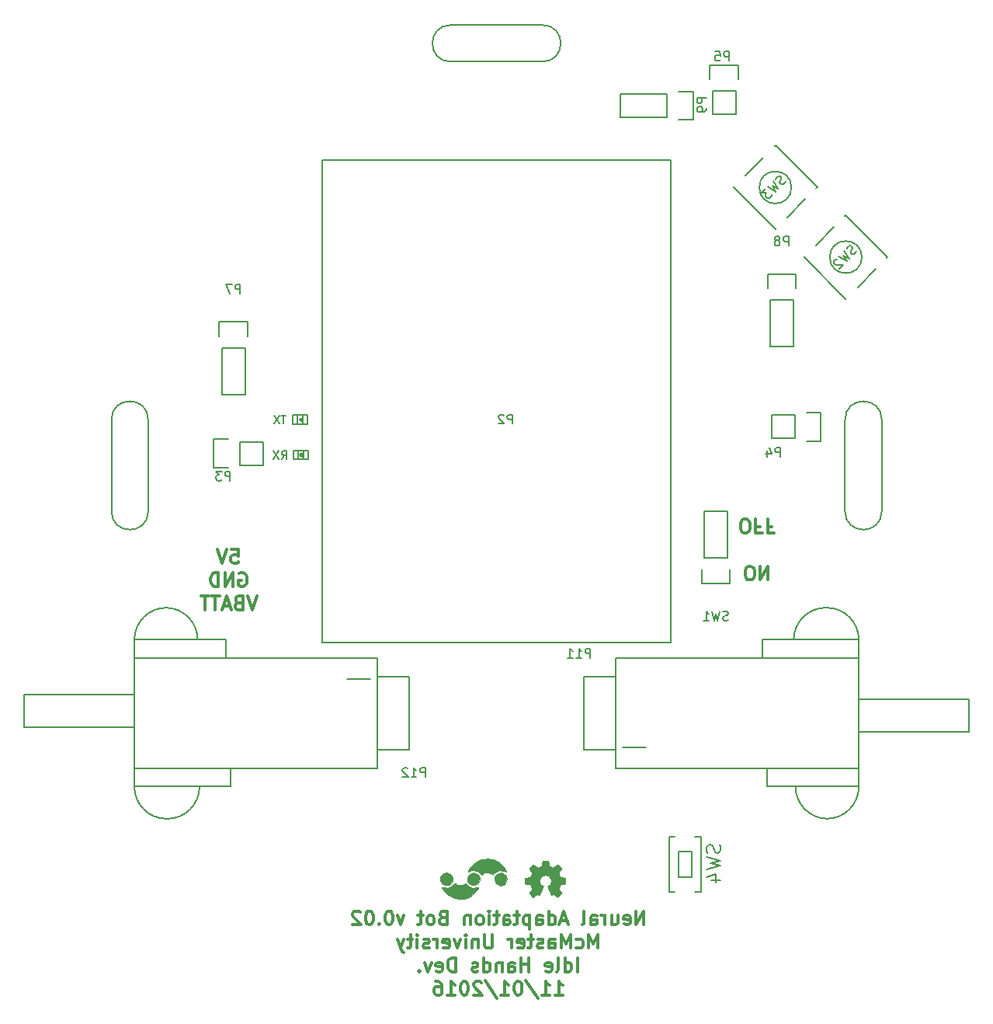
<source format=gbr>
G04 #@! TF.FileFunction,Legend,Bot*
%FSLAX46Y46*%
G04 Gerber Fmt 4.6, Leading zero omitted, Abs format (unit mm)*
G04 Created by KiCad (PCBNEW 4.0.4-stable) date 11/01/16 13:58:18*
%MOMM*%
%LPD*%
G01*
G04 APERTURE LIST*
%ADD10C,0.100000*%
%ADD11C,0.300000*%
%ADD12C,0.150000*%
%ADD13C,0.127000*%
%ADD14C,0.170000*%
G04 APERTURE END LIST*
D10*
D11*
X111085713Y-170153571D02*
X111799999Y-170153571D01*
X111871428Y-170867857D01*
X111799999Y-170796429D01*
X111657142Y-170725000D01*
X111299999Y-170725000D01*
X111157142Y-170796429D01*
X111085713Y-170867857D01*
X111014285Y-171010714D01*
X111014285Y-171367857D01*
X111085713Y-171510714D01*
X111157142Y-171582143D01*
X111299999Y-171653571D01*
X111657142Y-171653571D01*
X111799999Y-171582143D01*
X111871428Y-171510714D01*
X110585714Y-170153571D02*
X110085714Y-171653571D01*
X109585714Y-170153571D01*
X111942857Y-172775000D02*
X112085714Y-172703571D01*
X112300000Y-172703571D01*
X112514285Y-172775000D01*
X112657143Y-172917857D01*
X112728571Y-173060714D01*
X112800000Y-173346429D01*
X112800000Y-173560714D01*
X112728571Y-173846429D01*
X112657143Y-173989286D01*
X112514285Y-174132143D01*
X112300000Y-174203571D01*
X112157143Y-174203571D01*
X111942857Y-174132143D01*
X111871428Y-174060714D01*
X111871428Y-173560714D01*
X112157143Y-173560714D01*
X111228571Y-174203571D02*
X111228571Y-172703571D01*
X110371428Y-174203571D01*
X110371428Y-172703571D01*
X109657142Y-174203571D02*
X109657142Y-172703571D01*
X109299999Y-172703571D01*
X109085714Y-172775000D01*
X108942856Y-172917857D01*
X108871428Y-173060714D01*
X108799999Y-173346429D01*
X108799999Y-173560714D01*
X108871428Y-173846429D01*
X108942856Y-173989286D01*
X109085714Y-174132143D01*
X109299999Y-174203571D01*
X109657142Y-174203571D01*
X113835714Y-175253571D02*
X113335714Y-176753571D01*
X112835714Y-175253571D01*
X111835714Y-175967857D02*
X111621428Y-176039286D01*
X111550000Y-176110714D01*
X111478571Y-176253571D01*
X111478571Y-176467857D01*
X111550000Y-176610714D01*
X111621428Y-176682143D01*
X111764286Y-176753571D01*
X112335714Y-176753571D01*
X112335714Y-175253571D01*
X111835714Y-175253571D01*
X111692857Y-175325000D01*
X111621428Y-175396429D01*
X111550000Y-175539286D01*
X111550000Y-175682143D01*
X111621428Y-175825000D01*
X111692857Y-175896429D01*
X111835714Y-175967857D01*
X112335714Y-175967857D01*
X110907143Y-176325000D02*
X110192857Y-176325000D01*
X111050000Y-176753571D02*
X110550000Y-175253571D01*
X110050000Y-176753571D01*
X109764286Y-175253571D02*
X108907143Y-175253571D01*
X109335714Y-176753571D02*
X109335714Y-175253571D01*
X108621429Y-175253571D02*
X107764286Y-175253571D01*
X108192857Y-176753571D02*
X108192857Y-175253571D01*
X156057142Y-211053571D02*
X156057142Y-209553571D01*
X155199999Y-211053571D01*
X155199999Y-209553571D01*
X153914285Y-210982143D02*
X154057142Y-211053571D01*
X154342856Y-211053571D01*
X154485713Y-210982143D01*
X154557142Y-210839286D01*
X154557142Y-210267857D01*
X154485713Y-210125000D01*
X154342856Y-210053571D01*
X154057142Y-210053571D01*
X153914285Y-210125000D01*
X153842856Y-210267857D01*
X153842856Y-210410714D01*
X154557142Y-210553571D01*
X152557142Y-210053571D02*
X152557142Y-211053571D01*
X153199999Y-210053571D02*
X153199999Y-210839286D01*
X153128571Y-210982143D01*
X152985713Y-211053571D01*
X152771428Y-211053571D01*
X152628571Y-210982143D01*
X152557142Y-210910714D01*
X151842856Y-211053571D02*
X151842856Y-210053571D01*
X151842856Y-210339286D02*
X151771428Y-210196429D01*
X151699999Y-210125000D01*
X151557142Y-210053571D01*
X151414285Y-210053571D01*
X150271428Y-211053571D02*
X150271428Y-210267857D01*
X150342857Y-210125000D01*
X150485714Y-210053571D01*
X150771428Y-210053571D01*
X150914285Y-210125000D01*
X150271428Y-210982143D02*
X150414285Y-211053571D01*
X150771428Y-211053571D01*
X150914285Y-210982143D01*
X150985714Y-210839286D01*
X150985714Y-210696429D01*
X150914285Y-210553571D01*
X150771428Y-210482143D01*
X150414285Y-210482143D01*
X150271428Y-210410714D01*
X149342856Y-211053571D02*
X149485714Y-210982143D01*
X149557142Y-210839286D01*
X149557142Y-209553571D01*
X147700000Y-210625000D02*
X146985714Y-210625000D01*
X147842857Y-211053571D02*
X147342857Y-209553571D01*
X146842857Y-211053571D01*
X145700000Y-211053571D02*
X145700000Y-209553571D01*
X145700000Y-210982143D02*
X145842857Y-211053571D01*
X146128571Y-211053571D01*
X146271429Y-210982143D01*
X146342857Y-210910714D01*
X146414286Y-210767857D01*
X146414286Y-210339286D01*
X146342857Y-210196429D01*
X146271429Y-210125000D01*
X146128571Y-210053571D01*
X145842857Y-210053571D01*
X145700000Y-210125000D01*
X144342857Y-211053571D02*
X144342857Y-210267857D01*
X144414286Y-210125000D01*
X144557143Y-210053571D01*
X144842857Y-210053571D01*
X144985714Y-210125000D01*
X144342857Y-210982143D02*
X144485714Y-211053571D01*
X144842857Y-211053571D01*
X144985714Y-210982143D01*
X145057143Y-210839286D01*
X145057143Y-210696429D01*
X144985714Y-210553571D01*
X144842857Y-210482143D01*
X144485714Y-210482143D01*
X144342857Y-210410714D01*
X143628571Y-210053571D02*
X143628571Y-211553571D01*
X143628571Y-210125000D02*
X143485714Y-210053571D01*
X143200000Y-210053571D01*
X143057143Y-210125000D01*
X142985714Y-210196429D01*
X142914285Y-210339286D01*
X142914285Y-210767857D01*
X142985714Y-210910714D01*
X143057143Y-210982143D01*
X143200000Y-211053571D01*
X143485714Y-211053571D01*
X143628571Y-210982143D01*
X142485714Y-210053571D02*
X141914285Y-210053571D01*
X142271428Y-209553571D02*
X142271428Y-210839286D01*
X142200000Y-210982143D01*
X142057142Y-211053571D01*
X141914285Y-211053571D01*
X140771428Y-211053571D02*
X140771428Y-210267857D01*
X140842857Y-210125000D01*
X140985714Y-210053571D01*
X141271428Y-210053571D01*
X141414285Y-210125000D01*
X140771428Y-210982143D02*
X140914285Y-211053571D01*
X141271428Y-211053571D01*
X141414285Y-210982143D01*
X141485714Y-210839286D01*
X141485714Y-210696429D01*
X141414285Y-210553571D01*
X141271428Y-210482143D01*
X140914285Y-210482143D01*
X140771428Y-210410714D01*
X140271428Y-210053571D02*
X139699999Y-210053571D01*
X140057142Y-209553571D02*
X140057142Y-210839286D01*
X139985714Y-210982143D01*
X139842856Y-211053571D01*
X139699999Y-211053571D01*
X139199999Y-211053571D02*
X139199999Y-210053571D01*
X139199999Y-209553571D02*
X139271428Y-209625000D01*
X139199999Y-209696429D01*
X139128571Y-209625000D01*
X139199999Y-209553571D01*
X139199999Y-209696429D01*
X138271427Y-211053571D02*
X138414285Y-210982143D01*
X138485713Y-210910714D01*
X138557142Y-210767857D01*
X138557142Y-210339286D01*
X138485713Y-210196429D01*
X138414285Y-210125000D01*
X138271427Y-210053571D01*
X138057142Y-210053571D01*
X137914285Y-210125000D01*
X137842856Y-210196429D01*
X137771427Y-210339286D01*
X137771427Y-210767857D01*
X137842856Y-210910714D01*
X137914285Y-210982143D01*
X138057142Y-211053571D01*
X138271427Y-211053571D01*
X137128570Y-210053571D02*
X137128570Y-211053571D01*
X137128570Y-210196429D02*
X137057142Y-210125000D01*
X136914284Y-210053571D01*
X136699999Y-210053571D01*
X136557142Y-210125000D01*
X136485713Y-210267857D01*
X136485713Y-211053571D01*
X134128570Y-210267857D02*
X133914284Y-210339286D01*
X133842856Y-210410714D01*
X133771427Y-210553571D01*
X133771427Y-210767857D01*
X133842856Y-210910714D01*
X133914284Y-210982143D01*
X134057142Y-211053571D01*
X134628570Y-211053571D01*
X134628570Y-209553571D01*
X134128570Y-209553571D01*
X133985713Y-209625000D01*
X133914284Y-209696429D01*
X133842856Y-209839286D01*
X133842856Y-209982143D01*
X133914284Y-210125000D01*
X133985713Y-210196429D01*
X134128570Y-210267857D01*
X134628570Y-210267857D01*
X132914284Y-211053571D02*
X133057142Y-210982143D01*
X133128570Y-210910714D01*
X133199999Y-210767857D01*
X133199999Y-210339286D01*
X133128570Y-210196429D01*
X133057142Y-210125000D01*
X132914284Y-210053571D01*
X132699999Y-210053571D01*
X132557142Y-210125000D01*
X132485713Y-210196429D01*
X132414284Y-210339286D01*
X132414284Y-210767857D01*
X132485713Y-210910714D01*
X132557142Y-210982143D01*
X132699999Y-211053571D01*
X132914284Y-211053571D01*
X131985713Y-210053571D02*
X131414284Y-210053571D01*
X131771427Y-209553571D02*
X131771427Y-210839286D01*
X131699999Y-210982143D01*
X131557141Y-211053571D01*
X131414284Y-211053571D01*
X129914284Y-210053571D02*
X129557141Y-211053571D01*
X129199999Y-210053571D01*
X128342856Y-209553571D02*
X128199999Y-209553571D01*
X128057142Y-209625000D01*
X127985713Y-209696429D01*
X127914284Y-209839286D01*
X127842856Y-210125000D01*
X127842856Y-210482143D01*
X127914284Y-210767857D01*
X127985713Y-210910714D01*
X128057142Y-210982143D01*
X128199999Y-211053571D01*
X128342856Y-211053571D01*
X128485713Y-210982143D01*
X128557142Y-210910714D01*
X128628570Y-210767857D01*
X128699999Y-210482143D01*
X128699999Y-210125000D01*
X128628570Y-209839286D01*
X128557142Y-209696429D01*
X128485713Y-209625000D01*
X128342856Y-209553571D01*
X127199999Y-210910714D02*
X127128571Y-210982143D01*
X127199999Y-211053571D01*
X127271428Y-210982143D01*
X127199999Y-210910714D01*
X127199999Y-211053571D01*
X126199999Y-209553571D02*
X126057142Y-209553571D01*
X125914285Y-209625000D01*
X125842856Y-209696429D01*
X125771427Y-209839286D01*
X125699999Y-210125000D01*
X125699999Y-210482143D01*
X125771427Y-210767857D01*
X125842856Y-210910714D01*
X125914285Y-210982143D01*
X126057142Y-211053571D01*
X126199999Y-211053571D01*
X126342856Y-210982143D01*
X126414285Y-210910714D01*
X126485713Y-210767857D01*
X126557142Y-210482143D01*
X126557142Y-210125000D01*
X126485713Y-209839286D01*
X126414285Y-209696429D01*
X126342856Y-209625000D01*
X126199999Y-209553571D01*
X125128571Y-209696429D02*
X125057142Y-209625000D01*
X124914285Y-209553571D01*
X124557142Y-209553571D01*
X124414285Y-209625000D01*
X124342856Y-209696429D01*
X124271428Y-209839286D01*
X124271428Y-209982143D01*
X124342856Y-210196429D01*
X125199999Y-211053571D01*
X124271428Y-211053571D01*
X151057143Y-213603571D02*
X151057143Y-212103571D01*
X150557143Y-213175000D01*
X150057143Y-212103571D01*
X150057143Y-213603571D01*
X148700000Y-213532143D02*
X148842857Y-213603571D01*
X149128571Y-213603571D01*
X149271429Y-213532143D01*
X149342857Y-213460714D01*
X149414286Y-213317857D01*
X149414286Y-212889286D01*
X149342857Y-212746429D01*
X149271429Y-212675000D01*
X149128571Y-212603571D01*
X148842857Y-212603571D01*
X148700000Y-212675000D01*
X148057143Y-213603571D02*
X148057143Y-212103571D01*
X147557143Y-213175000D01*
X147057143Y-212103571D01*
X147057143Y-213603571D01*
X145700000Y-213603571D02*
X145700000Y-212817857D01*
X145771429Y-212675000D01*
X145914286Y-212603571D01*
X146200000Y-212603571D01*
X146342857Y-212675000D01*
X145700000Y-213532143D02*
X145842857Y-213603571D01*
X146200000Y-213603571D01*
X146342857Y-213532143D01*
X146414286Y-213389286D01*
X146414286Y-213246429D01*
X146342857Y-213103571D01*
X146200000Y-213032143D01*
X145842857Y-213032143D01*
X145700000Y-212960714D01*
X145057143Y-213532143D02*
X144914286Y-213603571D01*
X144628571Y-213603571D01*
X144485714Y-213532143D01*
X144414286Y-213389286D01*
X144414286Y-213317857D01*
X144485714Y-213175000D01*
X144628571Y-213103571D01*
X144842857Y-213103571D01*
X144985714Y-213032143D01*
X145057143Y-212889286D01*
X145057143Y-212817857D01*
X144985714Y-212675000D01*
X144842857Y-212603571D01*
X144628571Y-212603571D01*
X144485714Y-212675000D01*
X143985714Y-212603571D02*
X143414285Y-212603571D01*
X143771428Y-212103571D02*
X143771428Y-213389286D01*
X143700000Y-213532143D01*
X143557142Y-213603571D01*
X143414285Y-213603571D01*
X142342857Y-213532143D02*
X142485714Y-213603571D01*
X142771428Y-213603571D01*
X142914285Y-213532143D01*
X142985714Y-213389286D01*
X142985714Y-212817857D01*
X142914285Y-212675000D01*
X142771428Y-212603571D01*
X142485714Y-212603571D01*
X142342857Y-212675000D01*
X142271428Y-212817857D01*
X142271428Y-212960714D01*
X142985714Y-213103571D01*
X141628571Y-213603571D02*
X141628571Y-212603571D01*
X141628571Y-212889286D02*
X141557143Y-212746429D01*
X141485714Y-212675000D01*
X141342857Y-212603571D01*
X141200000Y-212603571D01*
X139557143Y-212103571D02*
X139557143Y-213317857D01*
X139485715Y-213460714D01*
X139414286Y-213532143D01*
X139271429Y-213603571D01*
X138985715Y-213603571D01*
X138842857Y-213532143D01*
X138771429Y-213460714D01*
X138700000Y-213317857D01*
X138700000Y-212103571D01*
X137985714Y-212603571D02*
X137985714Y-213603571D01*
X137985714Y-212746429D02*
X137914286Y-212675000D01*
X137771428Y-212603571D01*
X137557143Y-212603571D01*
X137414286Y-212675000D01*
X137342857Y-212817857D01*
X137342857Y-213603571D01*
X136628571Y-213603571D02*
X136628571Y-212603571D01*
X136628571Y-212103571D02*
X136700000Y-212175000D01*
X136628571Y-212246429D01*
X136557143Y-212175000D01*
X136628571Y-212103571D01*
X136628571Y-212246429D01*
X136057142Y-212603571D02*
X135699999Y-213603571D01*
X135342857Y-212603571D01*
X134200000Y-213532143D02*
X134342857Y-213603571D01*
X134628571Y-213603571D01*
X134771428Y-213532143D01*
X134842857Y-213389286D01*
X134842857Y-212817857D01*
X134771428Y-212675000D01*
X134628571Y-212603571D01*
X134342857Y-212603571D01*
X134200000Y-212675000D01*
X134128571Y-212817857D01*
X134128571Y-212960714D01*
X134842857Y-213103571D01*
X133485714Y-213603571D02*
X133485714Y-212603571D01*
X133485714Y-212889286D02*
X133414286Y-212746429D01*
X133342857Y-212675000D01*
X133200000Y-212603571D01*
X133057143Y-212603571D01*
X132628572Y-213532143D02*
X132485715Y-213603571D01*
X132200000Y-213603571D01*
X132057143Y-213532143D01*
X131985715Y-213389286D01*
X131985715Y-213317857D01*
X132057143Y-213175000D01*
X132200000Y-213103571D01*
X132414286Y-213103571D01*
X132557143Y-213032143D01*
X132628572Y-212889286D01*
X132628572Y-212817857D01*
X132557143Y-212675000D01*
X132414286Y-212603571D01*
X132200000Y-212603571D01*
X132057143Y-212675000D01*
X131342857Y-213603571D02*
X131342857Y-212603571D01*
X131342857Y-212103571D02*
X131414286Y-212175000D01*
X131342857Y-212246429D01*
X131271429Y-212175000D01*
X131342857Y-212103571D01*
X131342857Y-212246429D01*
X130842857Y-212603571D02*
X130271428Y-212603571D01*
X130628571Y-212103571D02*
X130628571Y-213389286D01*
X130557143Y-213532143D01*
X130414285Y-213603571D01*
X130271428Y-213603571D01*
X129914285Y-212603571D02*
X129557142Y-213603571D01*
X129200000Y-212603571D02*
X129557142Y-213603571D01*
X129700000Y-213960714D01*
X129771428Y-214032143D01*
X129914285Y-214103571D01*
X148807143Y-216153571D02*
X148807143Y-214653571D01*
X147450000Y-216153571D02*
X147450000Y-214653571D01*
X147450000Y-216082143D02*
X147592857Y-216153571D01*
X147878571Y-216153571D01*
X148021429Y-216082143D01*
X148092857Y-216010714D01*
X148164286Y-215867857D01*
X148164286Y-215439286D01*
X148092857Y-215296429D01*
X148021429Y-215225000D01*
X147878571Y-215153571D01*
X147592857Y-215153571D01*
X147450000Y-215225000D01*
X146521428Y-216153571D02*
X146664286Y-216082143D01*
X146735714Y-215939286D01*
X146735714Y-214653571D01*
X145378572Y-216082143D02*
X145521429Y-216153571D01*
X145807143Y-216153571D01*
X145950000Y-216082143D01*
X146021429Y-215939286D01*
X146021429Y-215367857D01*
X145950000Y-215225000D01*
X145807143Y-215153571D01*
X145521429Y-215153571D01*
X145378572Y-215225000D01*
X145307143Y-215367857D01*
X145307143Y-215510714D01*
X146021429Y-215653571D01*
X143521429Y-216153571D02*
X143521429Y-214653571D01*
X143521429Y-215367857D02*
X142664286Y-215367857D01*
X142664286Y-216153571D02*
X142664286Y-214653571D01*
X141307143Y-216153571D02*
X141307143Y-215367857D01*
X141378572Y-215225000D01*
X141521429Y-215153571D01*
X141807143Y-215153571D01*
X141950000Y-215225000D01*
X141307143Y-216082143D02*
X141450000Y-216153571D01*
X141807143Y-216153571D01*
X141950000Y-216082143D01*
X142021429Y-215939286D01*
X142021429Y-215796429D01*
X141950000Y-215653571D01*
X141807143Y-215582143D01*
X141450000Y-215582143D01*
X141307143Y-215510714D01*
X140592857Y-215153571D02*
X140592857Y-216153571D01*
X140592857Y-215296429D02*
X140521429Y-215225000D01*
X140378571Y-215153571D01*
X140164286Y-215153571D01*
X140021429Y-215225000D01*
X139950000Y-215367857D01*
X139950000Y-216153571D01*
X138592857Y-216153571D02*
X138592857Y-214653571D01*
X138592857Y-216082143D02*
X138735714Y-216153571D01*
X139021428Y-216153571D01*
X139164286Y-216082143D01*
X139235714Y-216010714D01*
X139307143Y-215867857D01*
X139307143Y-215439286D01*
X139235714Y-215296429D01*
X139164286Y-215225000D01*
X139021428Y-215153571D01*
X138735714Y-215153571D01*
X138592857Y-215225000D01*
X137950000Y-216082143D02*
X137807143Y-216153571D01*
X137521428Y-216153571D01*
X137378571Y-216082143D01*
X137307143Y-215939286D01*
X137307143Y-215867857D01*
X137378571Y-215725000D01*
X137521428Y-215653571D01*
X137735714Y-215653571D01*
X137878571Y-215582143D01*
X137950000Y-215439286D01*
X137950000Y-215367857D01*
X137878571Y-215225000D01*
X137735714Y-215153571D01*
X137521428Y-215153571D01*
X137378571Y-215225000D01*
X135521428Y-216153571D02*
X135521428Y-214653571D01*
X135164285Y-214653571D01*
X134950000Y-214725000D01*
X134807142Y-214867857D01*
X134735714Y-215010714D01*
X134664285Y-215296429D01*
X134664285Y-215510714D01*
X134735714Y-215796429D01*
X134807142Y-215939286D01*
X134950000Y-216082143D01*
X135164285Y-216153571D01*
X135521428Y-216153571D01*
X133450000Y-216082143D02*
X133592857Y-216153571D01*
X133878571Y-216153571D01*
X134021428Y-216082143D01*
X134092857Y-215939286D01*
X134092857Y-215367857D01*
X134021428Y-215225000D01*
X133878571Y-215153571D01*
X133592857Y-215153571D01*
X133450000Y-215225000D01*
X133378571Y-215367857D01*
X133378571Y-215510714D01*
X134092857Y-215653571D01*
X132878571Y-215153571D02*
X132521428Y-216153571D01*
X132164286Y-215153571D01*
X131592857Y-216010714D02*
X131521429Y-216082143D01*
X131592857Y-216153571D01*
X131664286Y-216082143D01*
X131592857Y-216010714D01*
X131592857Y-216153571D01*
X146342856Y-218703571D02*
X147199999Y-218703571D01*
X146771427Y-218703571D02*
X146771427Y-217203571D01*
X146914284Y-217417857D01*
X147057142Y-217560714D01*
X147199999Y-217632143D01*
X144914285Y-218703571D02*
X145771428Y-218703571D01*
X145342856Y-218703571D02*
X145342856Y-217203571D01*
X145485713Y-217417857D01*
X145628571Y-217560714D01*
X145771428Y-217632143D01*
X143200000Y-217132143D02*
X144485714Y-219060714D01*
X142414285Y-217203571D02*
X142271428Y-217203571D01*
X142128571Y-217275000D01*
X142057142Y-217346429D01*
X141985713Y-217489286D01*
X141914285Y-217775000D01*
X141914285Y-218132143D01*
X141985713Y-218417857D01*
X142057142Y-218560714D01*
X142128571Y-218632143D01*
X142271428Y-218703571D01*
X142414285Y-218703571D01*
X142557142Y-218632143D01*
X142628571Y-218560714D01*
X142699999Y-218417857D01*
X142771428Y-218132143D01*
X142771428Y-217775000D01*
X142699999Y-217489286D01*
X142628571Y-217346429D01*
X142557142Y-217275000D01*
X142414285Y-217203571D01*
X140485714Y-218703571D02*
X141342857Y-218703571D01*
X140914285Y-218703571D02*
X140914285Y-217203571D01*
X141057142Y-217417857D01*
X141200000Y-217560714D01*
X141342857Y-217632143D01*
X138771429Y-217132143D02*
X140057143Y-219060714D01*
X138342857Y-217346429D02*
X138271428Y-217275000D01*
X138128571Y-217203571D01*
X137771428Y-217203571D01*
X137628571Y-217275000D01*
X137557142Y-217346429D01*
X137485714Y-217489286D01*
X137485714Y-217632143D01*
X137557142Y-217846429D01*
X138414285Y-218703571D01*
X137485714Y-218703571D01*
X136557143Y-217203571D02*
X136414286Y-217203571D01*
X136271429Y-217275000D01*
X136200000Y-217346429D01*
X136128571Y-217489286D01*
X136057143Y-217775000D01*
X136057143Y-218132143D01*
X136128571Y-218417857D01*
X136200000Y-218560714D01*
X136271429Y-218632143D01*
X136414286Y-218703571D01*
X136557143Y-218703571D01*
X136700000Y-218632143D01*
X136771429Y-218560714D01*
X136842857Y-218417857D01*
X136914286Y-218132143D01*
X136914286Y-217775000D01*
X136842857Y-217489286D01*
X136771429Y-217346429D01*
X136700000Y-217275000D01*
X136557143Y-217203571D01*
X134628572Y-218703571D02*
X135485715Y-218703571D01*
X135057143Y-218703571D02*
X135057143Y-217203571D01*
X135200000Y-217417857D01*
X135342858Y-217560714D01*
X135485715Y-217632143D01*
X133342858Y-217203571D02*
X133628572Y-217203571D01*
X133771429Y-217275000D01*
X133842858Y-217346429D01*
X133985715Y-217560714D01*
X134057144Y-217846429D01*
X134057144Y-218417857D01*
X133985715Y-218560714D01*
X133914287Y-218632143D01*
X133771429Y-218703571D01*
X133485715Y-218703571D01*
X133342858Y-218632143D01*
X133271429Y-218560714D01*
X133200001Y-218417857D01*
X133200001Y-218060714D01*
X133271429Y-217917857D01*
X133342858Y-217846429D01*
X133485715Y-217775000D01*
X133771429Y-217775000D01*
X133914287Y-217846429D01*
X133985715Y-217917857D01*
X134057144Y-218060714D01*
X167471428Y-173471429D02*
X167757142Y-173471429D01*
X167900000Y-173400000D01*
X168042857Y-173257143D01*
X168114285Y-172971429D01*
X168114285Y-172471429D01*
X168042857Y-172185714D01*
X167900000Y-172042857D01*
X167757142Y-171971429D01*
X167471428Y-171971429D01*
X167328571Y-172042857D01*
X167185714Y-172185714D01*
X167114285Y-172471429D01*
X167114285Y-172971429D01*
X167185714Y-173257143D01*
X167328571Y-173400000D01*
X167471428Y-173471429D01*
X168757143Y-171971429D02*
X168757143Y-173471429D01*
X169614286Y-171971429D01*
X169614286Y-173471429D01*
X166971429Y-168371429D02*
X167257143Y-168371429D01*
X167400001Y-168300000D01*
X167542858Y-168157143D01*
X167614286Y-167871429D01*
X167614286Y-167371429D01*
X167542858Y-167085714D01*
X167400001Y-166942857D01*
X167257143Y-166871429D01*
X166971429Y-166871429D01*
X166828572Y-166942857D01*
X166685715Y-167085714D01*
X166614286Y-167371429D01*
X166614286Y-167871429D01*
X166685715Y-168157143D01*
X166828572Y-168300000D01*
X166971429Y-168371429D01*
X168757144Y-167657143D02*
X168257144Y-167657143D01*
X168257144Y-166871429D02*
X168257144Y-168371429D01*
X168971430Y-168371429D01*
X170042858Y-167657143D02*
X169542858Y-167657143D01*
X169542858Y-166871429D02*
X169542858Y-168371429D01*
X170257144Y-168371429D01*
D12*
X121000000Y-127700000D02*
X159000000Y-127700000D01*
X159000000Y-127700000D02*
X159000000Y-180300000D01*
X159000000Y-180300000D02*
X121000000Y-180300000D01*
X121000000Y-180300000D02*
X121000000Y-127700000D01*
X111970000Y-160970000D02*
X114510000Y-160970000D01*
X109150000Y-161250000D02*
X110700000Y-161250000D01*
X111970000Y-160970000D02*
X111970000Y-158430000D01*
X110700000Y-158150000D02*
X109150000Y-158150000D01*
X109150000Y-158150000D02*
X109150000Y-161250000D01*
X111970000Y-158430000D02*
X114510000Y-158430000D01*
X114510000Y-158430000D02*
X114510000Y-160970000D01*
X172530000Y-155530000D02*
X169990000Y-155530000D01*
X175350000Y-155250000D02*
X173800000Y-155250000D01*
X172530000Y-155530000D02*
X172530000Y-158070000D01*
X173800000Y-158350000D02*
X175350000Y-158350000D01*
X175350000Y-158350000D02*
X175350000Y-155250000D01*
X172530000Y-158070000D02*
X169990000Y-158070000D01*
X169990000Y-158070000D02*
X169990000Y-155530000D01*
X163530000Y-120170000D02*
X163530000Y-122710000D01*
X163250000Y-117350000D02*
X163250000Y-118900000D01*
X163530000Y-120170000D02*
X166070000Y-120170000D01*
X166350000Y-118900000D02*
X166350000Y-117350000D01*
X166350000Y-117350000D02*
X163250000Y-117350000D01*
X166070000Y-120170000D02*
X166070000Y-122710000D01*
X166070000Y-122710000D02*
X163530000Y-122710000D01*
X162630000Y-171070000D02*
X162630000Y-165990000D01*
X162630000Y-165990000D02*
X165170000Y-165990000D01*
X165170000Y-165990000D02*
X165170000Y-171070000D01*
X165450000Y-173890000D02*
X165450000Y-172340000D01*
X165170000Y-171070000D02*
X162630000Y-171070000D01*
X162350000Y-172340000D02*
X162350000Y-173890000D01*
X162350000Y-173890000D02*
X165450000Y-173890000D01*
X112570000Y-148190000D02*
X112570000Y-153270000D01*
X112570000Y-153270000D02*
X110030000Y-153270000D01*
X110030000Y-153270000D02*
X110030000Y-148190000D01*
X109750000Y-145370000D02*
X109750000Y-146920000D01*
X110030000Y-148190000D02*
X112570000Y-148190000D01*
X112850000Y-146920000D02*
X112850000Y-145370000D01*
X112850000Y-145370000D02*
X109750000Y-145370000D01*
X158610000Y-123070000D02*
X153530000Y-123070000D01*
X153530000Y-123070000D02*
X153530000Y-120530000D01*
X153530000Y-120530000D02*
X158610000Y-120530000D01*
X161430000Y-120250000D02*
X159880000Y-120250000D01*
X158610000Y-120530000D02*
X158610000Y-123070000D01*
X159880000Y-123350000D02*
X161430000Y-123350000D01*
X161430000Y-123350000D02*
X161430000Y-120250000D01*
X172370000Y-142970000D02*
X172370000Y-148050000D01*
X172370000Y-148050000D02*
X169830000Y-148050000D01*
X169830000Y-148050000D02*
X169830000Y-142970000D01*
X169550000Y-140150000D02*
X169550000Y-141700000D01*
X169830000Y-142970000D02*
X172370000Y-142970000D01*
X172650000Y-141700000D02*
X172650000Y-140150000D01*
X172650000Y-140150000D02*
X169550000Y-140150000D01*
X102000000Y-166000000D02*
X102000000Y-156000000D01*
X98000000Y-156000000D02*
X98000000Y-166000000D01*
X102000000Y-156000000D02*
G75*
G03X98000000Y-156000000I-2000000J0D01*
G01*
X102000000Y-166000000D02*
G75*
G02X98000000Y-166000000I-2000000J0D01*
G01*
D10*
G36*
X134007500Y-206993271D02*
X134047950Y-207087656D01*
X134152501Y-207241032D01*
X134295957Y-207422087D01*
X134453123Y-207599507D01*
X134598801Y-207741979D01*
X134632663Y-207770208D01*
X135016915Y-208009503D01*
X135455300Y-208175345D01*
X135910369Y-208258702D01*
X136344677Y-208250540D01*
X136500134Y-208220653D01*
X136973937Y-208039067D01*
X137412896Y-207747132D01*
X137671953Y-207500454D01*
X137833101Y-207312351D01*
X137958323Y-207144321D01*
X138022395Y-207030449D01*
X138024193Y-207024437D01*
X138033547Y-206937979D01*
X137973340Y-206932024D01*
X137901559Y-206956754D01*
X137741716Y-206993237D01*
X137526519Y-207014102D01*
X137446496Y-207016000D01*
X137137350Y-206970829D01*
X136882081Y-206825069D01*
X136714911Y-206649843D01*
X136624267Y-206551595D01*
X136555207Y-206547667D01*
X136481715Y-206605318D01*
X136276414Y-206714768D01*
X136017778Y-206748535D01*
X135756373Y-206703965D01*
X135637314Y-206649646D01*
X135419859Y-206521344D01*
X135216416Y-206737033D01*
X135034395Y-206898913D01*
X134844294Y-206986891D01*
X134606076Y-207013001D01*
X134351104Y-206997139D01*
X134162160Y-206982879D01*
X134037358Y-206983507D01*
X134007500Y-206993271D01*
X134007500Y-206993271D01*
X134007500Y-206993271D01*
G37*
X134007500Y-206993271D02*
X134047950Y-207087656D01*
X134152501Y-207241032D01*
X134295957Y-207422087D01*
X134453123Y-207599507D01*
X134598801Y-207741979D01*
X134632663Y-207770208D01*
X135016915Y-208009503D01*
X135455300Y-208175345D01*
X135910369Y-208258702D01*
X136344677Y-208250540D01*
X136500134Y-208220653D01*
X136973937Y-208039067D01*
X137412896Y-207747132D01*
X137671953Y-207500454D01*
X137833101Y-207312351D01*
X137958323Y-207144321D01*
X138022395Y-207030449D01*
X138024193Y-207024437D01*
X138033547Y-206937979D01*
X137973340Y-206932024D01*
X137901559Y-206956754D01*
X137741716Y-206993237D01*
X137526519Y-207014102D01*
X137446496Y-207016000D01*
X137137350Y-206970829D01*
X136882081Y-206825069D01*
X136714911Y-206649843D01*
X136624267Y-206551595D01*
X136555207Y-206547667D01*
X136481715Y-206605318D01*
X136276414Y-206714768D01*
X136017778Y-206748535D01*
X135756373Y-206703965D01*
X135637314Y-206649646D01*
X135419859Y-206521344D01*
X135216416Y-206737033D01*
X135034395Y-206898913D01*
X134844294Y-206986891D01*
X134606076Y-207013001D01*
X134351104Y-206997139D01*
X134162160Y-206982879D01*
X134037358Y-206983507D01*
X134007500Y-206993271D01*
X134007500Y-206993271D01*
G36*
X139756388Y-206135546D02*
X139823130Y-206366837D01*
X139971322Y-206559387D01*
X140178207Y-206695240D01*
X140421026Y-206756438D01*
X140677019Y-206725025D01*
X140795011Y-206673385D01*
X140976696Y-206506330D01*
X141088070Y-206270509D01*
X141119226Y-206008870D01*
X141060258Y-205764362D01*
X141020396Y-205696266D01*
X140813255Y-205493570D01*
X140569757Y-205397305D01*
X140316236Y-205403452D01*
X140079022Y-205507991D01*
X139884449Y-205706904D01*
X139793857Y-205883470D01*
X139756388Y-206135546D01*
X139756388Y-206135546D01*
X139756388Y-206135546D01*
G37*
X139756388Y-206135546D02*
X139823130Y-206366837D01*
X139971322Y-206559387D01*
X140178207Y-206695240D01*
X140421026Y-206756438D01*
X140677019Y-206725025D01*
X140795011Y-206673385D01*
X140976696Y-206506330D01*
X141088070Y-206270509D01*
X141119226Y-206008870D01*
X141060258Y-205764362D01*
X141020396Y-205696266D01*
X140813255Y-205493570D01*
X140569757Y-205397305D01*
X140316236Y-205403452D01*
X140079022Y-205507991D01*
X139884449Y-205706904D01*
X139793857Y-205883470D01*
X139756388Y-206135546D01*
X139756388Y-206135546D01*
G36*
X136802152Y-206023060D02*
X136839716Y-206299578D01*
X136907245Y-206445166D01*
X137090736Y-206642868D01*
X137332331Y-206747842D01*
X137598251Y-206755030D01*
X137854715Y-206659374D01*
X137937469Y-206599422D01*
X138108419Y-206387353D01*
X138175542Y-206149238D01*
X138151646Y-205908860D01*
X138049539Y-205690000D01*
X137882028Y-205516442D01*
X137661920Y-205411968D01*
X137402024Y-205400358D01*
X137303772Y-205422714D01*
X137044427Y-205558205D01*
X136873805Y-205767128D01*
X136802152Y-206023060D01*
X136802152Y-206023060D01*
X136802152Y-206023060D01*
G37*
X136802152Y-206023060D02*
X136839716Y-206299578D01*
X136907245Y-206445166D01*
X137090736Y-206642868D01*
X137332331Y-206747842D01*
X137598251Y-206755030D01*
X137854715Y-206659374D01*
X137937469Y-206599422D01*
X138108419Y-206387353D01*
X138175542Y-206149238D01*
X138151646Y-205908860D01*
X138049539Y-205690000D01*
X137882028Y-205516442D01*
X137661920Y-205411968D01*
X137402024Y-205400358D01*
X137303772Y-205422714D01*
X137044427Y-205558205D01*
X136873805Y-205767128D01*
X136802152Y-206023060D01*
X136802152Y-206023060D01*
G36*
X133817000Y-206060575D02*
X133864563Y-206272533D01*
X133984810Y-206492717D01*
X134144082Y-206659927D01*
X134148267Y-206662895D01*
X134340246Y-206736796D01*
X134584097Y-206753653D01*
X134817098Y-206711169D01*
X134869818Y-206689321D01*
X135050917Y-206536475D01*
X135167417Y-206306428D01*
X135200093Y-206040594D01*
X135195110Y-205988489D01*
X135113720Y-205716479D01*
X134945491Y-205530216D01*
X134704798Y-205420637D01*
X134508782Y-205383244D01*
X134337360Y-205416937D01*
X134251971Y-205453961D01*
X134042142Y-205604683D01*
X133886996Y-205812455D01*
X133818001Y-206033393D01*
X133817000Y-206060575D01*
X133817000Y-206060575D01*
X133817000Y-206060575D01*
G37*
X133817000Y-206060575D02*
X133864563Y-206272533D01*
X133984810Y-206492717D01*
X134144082Y-206659927D01*
X134148267Y-206662895D01*
X134340246Y-206736796D01*
X134584097Y-206753653D01*
X134817098Y-206711169D01*
X134869818Y-206689321D01*
X135050917Y-206536475D01*
X135167417Y-206306428D01*
X135200093Y-206040594D01*
X135195110Y-205988489D01*
X135113720Y-205716479D01*
X134945491Y-205530216D01*
X134704798Y-205420637D01*
X134508782Y-205383244D01*
X134337360Y-205416937D01*
X134251971Y-205453961D01*
X134042142Y-205604683D01*
X133886996Y-205812455D01*
X133818001Y-206033393D01*
X133817000Y-206060575D01*
X133817000Y-206060575D01*
G36*
X136865922Y-205294634D02*
X137085672Y-205202817D01*
X137297226Y-205139089D01*
X137506549Y-205111283D01*
X137513836Y-205111237D01*
X137739392Y-205156844D01*
X137983410Y-205272615D01*
X138187447Y-205427648D01*
X138249375Y-205500161D01*
X138311260Y-205573351D01*
X138375696Y-205575191D01*
X138487791Y-205502740D01*
X138514810Y-205482839D01*
X138759161Y-205372380D01*
X139038800Y-205351154D01*
X139302300Y-205419576D01*
X139396559Y-205475718D01*
X139569738Y-205603754D01*
X139799749Y-205392965D01*
X140094888Y-205196137D01*
X140413258Y-205123820D01*
X140751683Y-205176685D01*
X140778519Y-205185979D01*
X141042174Y-205280789D01*
X140978429Y-205097929D01*
X140863725Y-204887826D01*
X140668625Y-204646653D01*
X140423807Y-204404924D01*
X140159945Y-204193151D01*
X139925071Y-204050183D01*
X139726681Y-203961173D01*
X139547876Y-203907716D01*
X139343262Y-203881187D01*
X139067445Y-203872960D01*
X138991299Y-203872750D01*
X138699823Y-203877326D01*
X138487541Y-203897718D01*
X138306783Y-203943914D01*
X138109877Y-204025907D01*
X137993840Y-204081791D01*
X137544658Y-204370016D01*
X137183495Y-204746458D01*
X136986918Y-205059942D01*
X136865922Y-205294634D01*
X136865922Y-205294634D01*
X136865922Y-205294634D01*
G37*
X136865922Y-205294634D02*
X137085672Y-205202817D01*
X137297226Y-205139089D01*
X137506549Y-205111283D01*
X137513836Y-205111237D01*
X137739392Y-205156844D01*
X137983410Y-205272615D01*
X138187447Y-205427648D01*
X138249375Y-205500161D01*
X138311260Y-205573351D01*
X138375696Y-205575191D01*
X138487791Y-205502740D01*
X138514810Y-205482839D01*
X138759161Y-205372380D01*
X139038800Y-205351154D01*
X139302300Y-205419576D01*
X139396559Y-205475718D01*
X139569738Y-205603754D01*
X139799749Y-205392965D01*
X140094888Y-205196137D01*
X140413258Y-205123820D01*
X140751683Y-205176685D01*
X140778519Y-205185979D01*
X141042174Y-205280789D01*
X140978429Y-205097929D01*
X140863725Y-204887826D01*
X140668625Y-204646653D01*
X140423807Y-204404924D01*
X140159945Y-204193151D01*
X139925071Y-204050183D01*
X139726681Y-203961173D01*
X139547876Y-203907716D01*
X139343262Y-203881187D01*
X139067445Y-203872960D01*
X138991299Y-203872750D01*
X138699823Y-203877326D01*
X138487541Y-203897718D01*
X138306783Y-203943914D01*
X138109877Y-204025907D01*
X137993840Y-204081791D01*
X137544658Y-204370016D01*
X137183495Y-204746458D01*
X136986918Y-205059942D01*
X136865922Y-205294634D01*
X136865922Y-205294634D01*
G36*
X143100007Y-206264819D02*
X143100403Y-206341526D01*
X143101801Y-206410278D01*
X143102164Y-206421275D01*
X143107444Y-206570192D01*
X143235347Y-206594162D01*
X143334620Y-206612838D01*
X143422923Y-206629594D01*
X143499120Y-206644210D01*
X143562073Y-206656464D01*
X143610647Y-206666135D01*
X143643706Y-206673002D01*
X143660112Y-206676843D01*
X143660491Y-206676957D01*
X143674188Y-206686696D01*
X143689335Y-206708785D01*
X143706728Y-206744751D01*
X143727165Y-206796123D01*
X143737936Y-206825715D01*
X143754603Y-206869496D01*
X143775784Y-206920926D01*
X143797893Y-206971418D01*
X143806790Y-206990694D01*
X143830597Y-207042782D01*
X143846115Y-207082508D01*
X143853540Y-207113548D01*
X143853071Y-207139574D01*
X143844906Y-207164261D01*
X143829242Y-207191283D01*
X143818435Y-207207138D01*
X143755237Y-207298034D01*
X143700378Y-207378016D01*
X143654339Y-207446363D01*
X143617599Y-207502353D01*
X143590637Y-207545267D01*
X143573932Y-207574383D01*
X143572849Y-207576497D01*
X143548785Y-207624245D01*
X143745135Y-207823432D01*
X143794526Y-207873156D01*
X143840485Y-207918701D01*
X143881309Y-207958436D01*
X143915293Y-207990728D01*
X143940735Y-208013946D01*
X143955931Y-208026459D01*
X143958806Y-208028116D01*
X143967944Y-208029299D01*
X143979912Y-208026908D01*
X143996426Y-208019927D01*
X144019200Y-208007343D01*
X144049949Y-207988141D01*
X144090390Y-207961307D01*
X144142235Y-207925827D01*
X144202357Y-207884065D01*
X144251611Y-207850096D01*
X144299163Y-207818000D01*
X144341770Y-207789914D01*
X144376189Y-207767975D01*
X144399177Y-207754318D01*
X144399777Y-207753994D01*
X144447518Y-207728322D01*
X144485955Y-207749615D01*
X144522703Y-207769527D01*
X144561401Y-207789761D01*
X144598658Y-207808637D01*
X144631082Y-207824473D01*
X144655281Y-207835590D01*
X144667863Y-207840306D01*
X144668854Y-207840237D01*
X144675003Y-207828466D01*
X144687136Y-207801763D01*
X144704470Y-207762028D01*
X144726221Y-207711163D01*
X144751605Y-207651069D01*
X144779837Y-207583646D01*
X144810134Y-207510795D01*
X144841711Y-207434417D01*
X144873786Y-207356413D01*
X144905572Y-207278684D01*
X144936288Y-207203130D01*
X144965147Y-207131653D01*
X144991368Y-207066152D01*
X145014165Y-207008530D01*
X145032754Y-206960687D01*
X145044788Y-206928786D01*
X145071906Y-206855238D01*
X145008076Y-206811624D01*
X144928840Y-206750584D01*
X144858103Y-206682363D01*
X144798370Y-206609892D01*
X144752145Y-206536102D01*
X144729141Y-206485168D01*
X144719063Y-206452337D01*
X144708981Y-206409806D01*
X144700836Y-206365915D01*
X144699802Y-206359046D01*
X144693759Y-206255467D01*
X144705013Y-206153165D01*
X144732763Y-206054410D01*
X144776205Y-205961471D01*
X144834536Y-205876616D01*
X144892003Y-205815505D01*
X144971073Y-205753807D01*
X145059336Y-205705401D01*
X145153765Y-205671264D01*
X145251333Y-205652377D01*
X145349015Y-205649718D01*
X145391296Y-205653948D01*
X145499132Y-205677497D01*
X145597497Y-205715898D01*
X145685467Y-205768412D01*
X145762117Y-205834298D01*
X145826523Y-205912816D01*
X145877762Y-206003227D01*
X145901722Y-206062646D01*
X145923011Y-206144773D01*
X145933811Y-206234841D01*
X145933708Y-206325704D01*
X145922292Y-206410216D01*
X145921874Y-206412112D01*
X145891567Y-206507160D01*
X145844798Y-206596161D01*
X145782694Y-206677520D01*
X145706379Y-206749643D01*
X145658613Y-206784893D01*
X145624349Y-206808844D01*
X145595344Y-206830685D01*
X145575246Y-206847577D01*
X145568283Y-206855171D01*
X145565759Y-206859012D01*
X145563825Y-206862720D01*
X145562991Y-206867660D01*
X145563768Y-206875200D01*
X145566665Y-206886704D01*
X145572192Y-206903539D01*
X145580861Y-206927071D01*
X145593181Y-206958665D01*
X145609663Y-206999688D01*
X145630816Y-207051506D01*
X145657151Y-207115484D01*
X145689179Y-207192989D01*
X145727409Y-207285386D01*
X145743651Y-207324643D01*
X145785748Y-207426298D01*
X145821580Y-207512556D01*
X145851749Y-207584809D01*
X145876861Y-207644453D01*
X145897518Y-207692882D01*
X145914325Y-207731489D01*
X145927885Y-207761670D01*
X145938802Y-207784818D01*
X145947680Y-207802328D01*
X145955122Y-207815594D01*
X145958877Y-207821673D01*
X145972187Y-207842452D01*
X146074916Y-207787655D01*
X146114597Y-207766957D01*
X146149089Y-207749840D01*
X146174956Y-207737946D01*
X146188760Y-207732921D01*
X146189449Y-207732857D01*
X146200903Y-207737711D01*
X146224832Y-207751195D01*
X146258738Y-207771693D01*
X146300124Y-207797588D01*
X146346493Y-207827264D01*
X146395346Y-207859104D01*
X146444186Y-207891492D01*
X146490516Y-207922811D01*
X146531839Y-207951446D01*
X146565655Y-207975779D01*
X146571370Y-207980041D01*
X146605544Y-208004031D01*
X146635341Y-208021806D01*
X146656785Y-208031095D01*
X146662084Y-208031926D01*
X146673171Y-208027514D01*
X146692228Y-208013969D01*
X146720123Y-207990520D01*
X146757723Y-207956402D01*
X146805894Y-207910844D01*
X146865502Y-207853081D01*
X146880696Y-207838208D01*
X146930863Y-207788511D01*
X146976205Y-207742599D01*
X147015170Y-207702118D01*
X147046206Y-207668716D01*
X147067762Y-207644041D01*
X147078287Y-207629739D01*
X147079074Y-207627586D01*
X147078323Y-207600355D01*
X147070025Y-207577408D01*
X147053733Y-207553285D01*
X147040047Y-207534468D01*
X147018302Y-207503695D01*
X146990484Y-207463854D01*
X146958581Y-207417834D01*
X146924577Y-207368526D01*
X146890460Y-207318817D01*
X146858215Y-207271598D01*
X146829830Y-207229757D01*
X146807290Y-207196184D01*
X146792582Y-207173768D01*
X146790089Y-207169805D01*
X146770123Y-207137430D01*
X146841798Y-206955281D01*
X146864503Y-206898198D01*
X146886539Y-206843918D01*
X146906521Y-206795773D01*
X146923061Y-206757093D01*
X146934773Y-206731211D01*
X146936698Y-206727299D01*
X146944462Y-206712039D01*
X146951917Y-206699758D01*
X146961138Y-206689734D01*
X146974197Y-206681246D01*
X146993168Y-206673573D01*
X147020126Y-206665995D01*
X147057144Y-206657789D01*
X147106295Y-206648236D01*
X147169654Y-206636613D01*
X147227678Y-206626117D01*
X147288702Y-206614902D01*
X147346464Y-206603973D01*
X147397608Y-206593988D01*
X147438778Y-206585606D01*
X147466616Y-206579488D01*
X147472607Y-206577998D01*
X147517964Y-206565999D01*
X147520353Y-206266172D01*
X147522741Y-205966345D01*
X147429638Y-205947213D01*
X147390352Y-205939357D01*
X147338020Y-205929206D01*
X147277455Y-205917676D01*
X147213468Y-205905684D01*
X147155107Y-205894920D01*
X147098891Y-205884476D01*
X147047900Y-205874683D01*
X147005160Y-205866149D01*
X146973694Y-205859479D01*
X146956528Y-205855281D01*
X146955205Y-205854841D01*
X146948493Y-205850832D01*
X146941007Y-205842644D01*
X146931950Y-205828624D01*
X146920522Y-205807124D01*
X146905926Y-205776492D01*
X146887362Y-205735077D01*
X146864031Y-205681229D01*
X146835136Y-205613298D01*
X146813364Y-205561694D01*
X146794773Y-205516540D01*
X146779043Y-205476434D01*
X146767436Y-205444737D01*
X146761210Y-205424814D01*
X146760500Y-205420587D01*
X146765432Y-205407486D01*
X146778894Y-205383012D01*
X146798878Y-205350562D01*
X146823380Y-205313535D01*
X146825606Y-205310286D01*
X146892469Y-205212566D01*
X146948818Y-205129306D01*
X146994800Y-205060283D01*
X147030558Y-205005275D01*
X147056237Y-204964059D01*
X147071981Y-204936411D01*
X147077936Y-204922110D01*
X147078000Y-204921311D01*
X147071935Y-204910857D01*
X147055023Y-204889559D01*
X147029182Y-204859464D01*
X146996332Y-204822617D01*
X146958394Y-204781065D01*
X146917287Y-204736853D01*
X146874931Y-204692027D01*
X146833245Y-204648634D01*
X146794151Y-204608718D01*
X146759568Y-204574326D01*
X146731415Y-204547505D01*
X146711613Y-204530299D01*
X146709699Y-204528836D01*
X146684971Y-204513404D01*
X146662726Y-204504388D01*
X146656145Y-204503429D01*
X146640327Y-204508711D01*
X146614988Y-204522797D01*
X146584683Y-204543044D01*
X146573134Y-204551561D01*
X146539143Y-204576242D01*
X146495653Y-204606288D01*
X146448660Y-204637622D01*
X146410533Y-204662162D01*
X146366530Y-204690550D01*
X146322162Y-204720271D01*
X146282907Y-204747593D01*
X146256651Y-204766917D01*
X146217691Y-204796112D01*
X146189056Y-204815017D01*
X146167422Y-204825299D01*
X146149466Y-204828620D01*
X146135797Y-204827435D01*
X146120221Y-204822534D01*
X146090163Y-204811172D01*
X146047734Y-204794222D01*
X145995046Y-204772558D01*
X145934211Y-204747053D01*
X145867341Y-204718580D01*
X145796547Y-204688012D01*
X145757518Y-204670982D01*
X145729716Y-204658803D01*
X145678967Y-204376673D01*
X145664714Y-204299318D01*
X145651307Y-204230167D01*
X145639148Y-204171106D01*
X145628643Y-204124020D01*
X145620198Y-204090795D01*
X145614217Y-204073316D01*
X145613578Y-204072200D01*
X145598939Y-204049858D01*
X145314508Y-204049858D01*
X145231763Y-204050003D01*
X145165475Y-204050487D01*
X145113958Y-204051378D01*
X145075530Y-204052746D01*
X145048504Y-204054660D01*
X145031196Y-204057190D01*
X145021923Y-204060406D01*
X145019989Y-204062014D01*
X145013065Y-204077675D01*
X145004037Y-204109722D01*
X144993250Y-204156568D01*
X144981046Y-204216622D01*
X144967772Y-204288296D01*
X144955383Y-204360283D01*
X144945860Y-204415389D01*
X144934919Y-204475546D01*
X144924136Y-204532231D01*
X144917564Y-204565086D01*
X144910555Y-204599996D01*
X144904427Y-204626011D01*
X144896706Y-204645490D01*
X144884918Y-204660792D01*
X144866589Y-204674277D01*
X144839246Y-204688304D01*
X144800414Y-204705231D01*
X144747620Y-204727419D01*
X144747116Y-204727632D01*
X144698961Y-204747994D01*
X144647699Y-204769689D01*
X144600995Y-204789473D01*
X144578821Y-204798876D01*
X144542722Y-204813073D01*
X144510288Y-204823852D01*
X144487056Y-204829436D01*
X144482490Y-204829834D01*
X144462320Y-204823912D01*
X144430382Y-204806536D01*
X144388219Y-204778581D01*
X144373633Y-204768136D01*
X144318887Y-204728984D01*
X144259614Y-204687704D01*
X144199144Y-204646520D01*
X144140806Y-204607657D01*
X144087929Y-204573338D01*
X144043843Y-204545787D01*
X144018185Y-204530698D01*
X143965548Y-204501160D01*
X143941390Y-204522705D01*
X143907525Y-204553508D01*
X143867443Y-204590932D01*
X143823196Y-204632965D01*
X143776835Y-204677591D01*
X143730411Y-204722795D01*
X143685975Y-204766565D01*
X143645581Y-204806885D01*
X143611278Y-204841741D01*
X143585118Y-204869118D01*
X143569153Y-204887003D01*
X143565773Y-204891528D01*
X143557462Y-204907204D01*
X143553913Y-204922418D01*
X143556158Y-204939668D01*
X143565233Y-204961452D01*
X143582172Y-204990269D01*
X143608009Y-205028616D01*
X143642857Y-205077708D01*
X143697569Y-205154076D01*
X143742553Y-205217200D01*
X143778778Y-205268492D01*
X143807211Y-205309363D01*
X143828819Y-205341226D01*
X143844569Y-205365491D01*
X143855429Y-205383571D01*
X143862366Y-205396878D01*
X143863828Y-205400150D01*
X143870172Y-205417548D01*
X143871153Y-205432700D01*
X143865842Y-205451350D01*
X143853311Y-205479242D01*
X143849909Y-205486329D01*
X143836161Y-205516378D01*
X143818090Y-205558037D01*
X143797951Y-205606011D01*
X143777998Y-205655001D01*
X143776202Y-205659495D01*
X143748498Y-205726857D01*
X143725232Y-205778459D01*
X143705516Y-205815881D01*
X143688460Y-205840706D01*
X143673175Y-205854517D01*
X143664540Y-205858161D01*
X143647160Y-205861889D01*
X143615198Y-205868279D01*
X143571914Y-205876713D01*
X143520570Y-205886574D01*
X143464427Y-205897243D01*
X143406745Y-205908104D01*
X143350786Y-205918539D01*
X143299812Y-205927931D01*
X143257084Y-205935662D01*
X143231714Y-205940118D01*
X143193239Y-205947301D01*
X143159103Y-205954694D01*
X143135237Y-205960984D01*
X143131079Y-205962415D01*
X143107552Y-205971472D01*
X143102218Y-206121915D01*
X143100613Y-206188750D01*
X143100007Y-206264819D01*
X143100007Y-206264819D01*
X143100007Y-206264819D01*
G37*
X143100007Y-206264819D02*
X143100403Y-206341526D01*
X143101801Y-206410278D01*
X143102164Y-206421275D01*
X143107444Y-206570192D01*
X143235347Y-206594162D01*
X143334620Y-206612838D01*
X143422923Y-206629594D01*
X143499120Y-206644210D01*
X143562073Y-206656464D01*
X143610647Y-206666135D01*
X143643706Y-206673002D01*
X143660112Y-206676843D01*
X143660491Y-206676957D01*
X143674188Y-206686696D01*
X143689335Y-206708785D01*
X143706728Y-206744751D01*
X143727165Y-206796123D01*
X143737936Y-206825715D01*
X143754603Y-206869496D01*
X143775784Y-206920926D01*
X143797893Y-206971418D01*
X143806790Y-206990694D01*
X143830597Y-207042782D01*
X143846115Y-207082508D01*
X143853540Y-207113548D01*
X143853071Y-207139574D01*
X143844906Y-207164261D01*
X143829242Y-207191283D01*
X143818435Y-207207138D01*
X143755237Y-207298034D01*
X143700378Y-207378016D01*
X143654339Y-207446363D01*
X143617599Y-207502353D01*
X143590637Y-207545267D01*
X143573932Y-207574383D01*
X143572849Y-207576497D01*
X143548785Y-207624245D01*
X143745135Y-207823432D01*
X143794526Y-207873156D01*
X143840485Y-207918701D01*
X143881309Y-207958436D01*
X143915293Y-207990728D01*
X143940735Y-208013946D01*
X143955931Y-208026459D01*
X143958806Y-208028116D01*
X143967944Y-208029299D01*
X143979912Y-208026908D01*
X143996426Y-208019927D01*
X144019200Y-208007343D01*
X144049949Y-207988141D01*
X144090390Y-207961307D01*
X144142235Y-207925827D01*
X144202357Y-207884065D01*
X144251611Y-207850096D01*
X144299163Y-207818000D01*
X144341770Y-207789914D01*
X144376189Y-207767975D01*
X144399177Y-207754318D01*
X144399777Y-207753994D01*
X144447518Y-207728322D01*
X144485955Y-207749615D01*
X144522703Y-207769527D01*
X144561401Y-207789761D01*
X144598658Y-207808637D01*
X144631082Y-207824473D01*
X144655281Y-207835590D01*
X144667863Y-207840306D01*
X144668854Y-207840237D01*
X144675003Y-207828466D01*
X144687136Y-207801763D01*
X144704470Y-207762028D01*
X144726221Y-207711163D01*
X144751605Y-207651069D01*
X144779837Y-207583646D01*
X144810134Y-207510795D01*
X144841711Y-207434417D01*
X144873786Y-207356413D01*
X144905572Y-207278684D01*
X144936288Y-207203130D01*
X144965147Y-207131653D01*
X144991368Y-207066152D01*
X145014165Y-207008530D01*
X145032754Y-206960687D01*
X145044788Y-206928786D01*
X145071906Y-206855238D01*
X145008076Y-206811624D01*
X144928840Y-206750584D01*
X144858103Y-206682363D01*
X144798370Y-206609892D01*
X144752145Y-206536102D01*
X144729141Y-206485168D01*
X144719063Y-206452337D01*
X144708981Y-206409806D01*
X144700836Y-206365915D01*
X144699802Y-206359046D01*
X144693759Y-206255467D01*
X144705013Y-206153165D01*
X144732763Y-206054410D01*
X144776205Y-205961471D01*
X144834536Y-205876616D01*
X144892003Y-205815505D01*
X144971073Y-205753807D01*
X145059336Y-205705401D01*
X145153765Y-205671264D01*
X145251333Y-205652377D01*
X145349015Y-205649718D01*
X145391296Y-205653948D01*
X145499132Y-205677497D01*
X145597497Y-205715898D01*
X145685467Y-205768412D01*
X145762117Y-205834298D01*
X145826523Y-205912816D01*
X145877762Y-206003227D01*
X145901722Y-206062646D01*
X145923011Y-206144773D01*
X145933811Y-206234841D01*
X145933708Y-206325704D01*
X145922292Y-206410216D01*
X145921874Y-206412112D01*
X145891567Y-206507160D01*
X145844798Y-206596161D01*
X145782694Y-206677520D01*
X145706379Y-206749643D01*
X145658613Y-206784893D01*
X145624349Y-206808844D01*
X145595344Y-206830685D01*
X145575246Y-206847577D01*
X145568283Y-206855171D01*
X145565759Y-206859012D01*
X145563825Y-206862720D01*
X145562991Y-206867660D01*
X145563768Y-206875200D01*
X145566665Y-206886704D01*
X145572192Y-206903539D01*
X145580861Y-206927071D01*
X145593181Y-206958665D01*
X145609663Y-206999688D01*
X145630816Y-207051506D01*
X145657151Y-207115484D01*
X145689179Y-207192989D01*
X145727409Y-207285386D01*
X145743651Y-207324643D01*
X145785748Y-207426298D01*
X145821580Y-207512556D01*
X145851749Y-207584809D01*
X145876861Y-207644453D01*
X145897518Y-207692882D01*
X145914325Y-207731489D01*
X145927885Y-207761670D01*
X145938802Y-207784818D01*
X145947680Y-207802328D01*
X145955122Y-207815594D01*
X145958877Y-207821673D01*
X145972187Y-207842452D01*
X146074916Y-207787655D01*
X146114597Y-207766957D01*
X146149089Y-207749840D01*
X146174956Y-207737946D01*
X146188760Y-207732921D01*
X146189449Y-207732857D01*
X146200903Y-207737711D01*
X146224832Y-207751195D01*
X146258738Y-207771693D01*
X146300124Y-207797588D01*
X146346493Y-207827264D01*
X146395346Y-207859104D01*
X146444186Y-207891492D01*
X146490516Y-207922811D01*
X146531839Y-207951446D01*
X146565655Y-207975779D01*
X146571370Y-207980041D01*
X146605544Y-208004031D01*
X146635341Y-208021806D01*
X146656785Y-208031095D01*
X146662084Y-208031926D01*
X146673171Y-208027514D01*
X146692228Y-208013969D01*
X146720123Y-207990520D01*
X146757723Y-207956402D01*
X146805894Y-207910844D01*
X146865502Y-207853081D01*
X146880696Y-207838208D01*
X146930863Y-207788511D01*
X146976205Y-207742599D01*
X147015170Y-207702118D01*
X147046206Y-207668716D01*
X147067762Y-207644041D01*
X147078287Y-207629739D01*
X147079074Y-207627586D01*
X147078323Y-207600355D01*
X147070025Y-207577408D01*
X147053733Y-207553285D01*
X147040047Y-207534468D01*
X147018302Y-207503695D01*
X146990484Y-207463854D01*
X146958581Y-207417834D01*
X146924577Y-207368526D01*
X146890460Y-207318817D01*
X146858215Y-207271598D01*
X146829830Y-207229757D01*
X146807290Y-207196184D01*
X146792582Y-207173768D01*
X146790089Y-207169805D01*
X146770123Y-207137430D01*
X146841798Y-206955281D01*
X146864503Y-206898198D01*
X146886539Y-206843918D01*
X146906521Y-206795773D01*
X146923061Y-206757093D01*
X146934773Y-206731211D01*
X146936698Y-206727299D01*
X146944462Y-206712039D01*
X146951917Y-206699758D01*
X146961138Y-206689734D01*
X146974197Y-206681246D01*
X146993168Y-206673573D01*
X147020126Y-206665995D01*
X147057144Y-206657789D01*
X147106295Y-206648236D01*
X147169654Y-206636613D01*
X147227678Y-206626117D01*
X147288702Y-206614902D01*
X147346464Y-206603973D01*
X147397608Y-206593988D01*
X147438778Y-206585606D01*
X147466616Y-206579488D01*
X147472607Y-206577998D01*
X147517964Y-206565999D01*
X147520353Y-206266172D01*
X147522741Y-205966345D01*
X147429638Y-205947213D01*
X147390352Y-205939357D01*
X147338020Y-205929206D01*
X147277455Y-205917676D01*
X147213468Y-205905684D01*
X147155107Y-205894920D01*
X147098891Y-205884476D01*
X147047900Y-205874683D01*
X147005160Y-205866149D01*
X146973694Y-205859479D01*
X146956528Y-205855281D01*
X146955205Y-205854841D01*
X146948493Y-205850832D01*
X146941007Y-205842644D01*
X146931950Y-205828624D01*
X146920522Y-205807124D01*
X146905926Y-205776492D01*
X146887362Y-205735077D01*
X146864031Y-205681229D01*
X146835136Y-205613298D01*
X146813364Y-205561694D01*
X146794773Y-205516540D01*
X146779043Y-205476434D01*
X146767436Y-205444737D01*
X146761210Y-205424814D01*
X146760500Y-205420587D01*
X146765432Y-205407486D01*
X146778894Y-205383012D01*
X146798878Y-205350562D01*
X146823380Y-205313535D01*
X146825606Y-205310286D01*
X146892469Y-205212566D01*
X146948818Y-205129306D01*
X146994800Y-205060283D01*
X147030558Y-205005275D01*
X147056237Y-204964059D01*
X147071981Y-204936411D01*
X147077936Y-204922110D01*
X147078000Y-204921311D01*
X147071935Y-204910857D01*
X147055023Y-204889559D01*
X147029182Y-204859464D01*
X146996332Y-204822617D01*
X146958394Y-204781065D01*
X146917287Y-204736853D01*
X146874931Y-204692027D01*
X146833245Y-204648634D01*
X146794151Y-204608718D01*
X146759568Y-204574326D01*
X146731415Y-204547505D01*
X146711613Y-204530299D01*
X146709699Y-204528836D01*
X146684971Y-204513404D01*
X146662726Y-204504388D01*
X146656145Y-204503429D01*
X146640327Y-204508711D01*
X146614988Y-204522797D01*
X146584683Y-204543044D01*
X146573134Y-204551561D01*
X146539143Y-204576242D01*
X146495653Y-204606288D01*
X146448660Y-204637622D01*
X146410533Y-204662162D01*
X146366530Y-204690550D01*
X146322162Y-204720271D01*
X146282907Y-204747593D01*
X146256651Y-204766917D01*
X146217691Y-204796112D01*
X146189056Y-204815017D01*
X146167422Y-204825299D01*
X146149466Y-204828620D01*
X146135797Y-204827435D01*
X146120221Y-204822534D01*
X146090163Y-204811172D01*
X146047734Y-204794222D01*
X145995046Y-204772558D01*
X145934211Y-204747053D01*
X145867341Y-204718580D01*
X145796547Y-204688012D01*
X145757518Y-204670982D01*
X145729716Y-204658803D01*
X145678967Y-204376673D01*
X145664714Y-204299318D01*
X145651307Y-204230167D01*
X145639148Y-204171106D01*
X145628643Y-204124020D01*
X145620198Y-204090795D01*
X145614217Y-204073316D01*
X145613578Y-204072200D01*
X145598939Y-204049858D01*
X145314508Y-204049858D01*
X145231763Y-204050003D01*
X145165475Y-204050487D01*
X145113958Y-204051378D01*
X145075530Y-204052746D01*
X145048504Y-204054660D01*
X145031196Y-204057190D01*
X145021923Y-204060406D01*
X145019989Y-204062014D01*
X145013065Y-204077675D01*
X145004037Y-204109722D01*
X144993250Y-204156568D01*
X144981046Y-204216622D01*
X144967772Y-204288296D01*
X144955383Y-204360283D01*
X144945860Y-204415389D01*
X144934919Y-204475546D01*
X144924136Y-204532231D01*
X144917564Y-204565086D01*
X144910555Y-204599996D01*
X144904427Y-204626011D01*
X144896706Y-204645490D01*
X144884918Y-204660792D01*
X144866589Y-204674277D01*
X144839246Y-204688304D01*
X144800414Y-204705231D01*
X144747620Y-204727419D01*
X144747116Y-204727632D01*
X144698961Y-204747994D01*
X144647699Y-204769689D01*
X144600995Y-204789473D01*
X144578821Y-204798876D01*
X144542722Y-204813073D01*
X144510288Y-204823852D01*
X144487056Y-204829436D01*
X144482490Y-204829834D01*
X144462320Y-204823912D01*
X144430382Y-204806536D01*
X144388219Y-204778581D01*
X144373633Y-204768136D01*
X144318887Y-204728984D01*
X144259614Y-204687704D01*
X144199144Y-204646520D01*
X144140806Y-204607657D01*
X144087929Y-204573338D01*
X144043843Y-204545787D01*
X144018185Y-204530698D01*
X143965548Y-204501160D01*
X143941390Y-204522705D01*
X143907525Y-204553508D01*
X143867443Y-204590932D01*
X143823196Y-204632965D01*
X143776835Y-204677591D01*
X143730411Y-204722795D01*
X143685975Y-204766565D01*
X143645581Y-204806885D01*
X143611278Y-204841741D01*
X143585118Y-204869118D01*
X143569153Y-204887003D01*
X143565773Y-204891528D01*
X143557462Y-204907204D01*
X143553913Y-204922418D01*
X143556158Y-204939668D01*
X143565233Y-204961452D01*
X143582172Y-204990269D01*
X143608009Y-205028616D01*
X143642857Y-205077708D01*
X143697569Y-205154076D01*
X143742553Y-205217200D01*
X143778778Y-205268492D01*
X143807211Y-205309363D01*
X143828819Y-205341226D01*
X143844569Y-205365491D01*
X143855429Y-205383571D01*
X143862366Y-205396878D01*
X143863828Y-205400150D01*
X143870172Y-205417548D01*
X143871153Y-205432700D01*
X143865842Y-205451350D01*
X143853311Y-205479242D01*
X143849909Y-205486329D01*
X143836161Y-205516378D01*
X143818090Y-205558037D01*
X143797951Y-205606011D01*
X143777998Y-205655001D01*
X143776202Y-205659495D01*
X143748498Y-205726857D01*
X143725232Y-205778459D01*
X143705516Y-205815881D01*
X143688460Y-205840706D01*
X143673175Y-205854517D01*
X143664540Y-205858161D01*
X143647160Y-205861889D01*
X143615198Y-205868279D01*
X143571914Y-205876713D01*
X143520570Y-205886574D01*
X143464427Y-205897243D01*
X143406745Y-205908104D01*
X143350786Y-205918539D01*
X143299812Y-205927931D01*
X143257084Y-205935662D01*
X143231714Y-205940118D01*
X143193239Y-205947301D01*
X143159103Y-205954694D01*
X143135237Y-205960984D01*
X143131079Y-205962415D01*
X143107552Y-205971472D01*
X143102218Y-206121915D01*
X143100613Y-206188750D01*
X143100007Y-206264819D01*
X143100007Y-206264819D01*
D13*
X118350280Y-160350380D02*
X118350280Y-159349620D01*
X118949720Y-159349620D02*
X118949720Y-160350380D01*
X118650000Y-159949060D02*
X118650000Y-159750940D01*
X118749060Y-159649340D02*
X118749060Y-160050660D01*
X118749060Y-160050660D02*
X118550940Y-159850000D01*
X118550940Y-159850000D02*
X118749060Y-159649340D01*
X119450100Y-159349620D02*
X117849900Y-159349620D01*
X117849900Y-159349620D02*
X117849900Y-160350380D01*
X117849900Y-160350380D02*
X119450100Y-160350380D01*
X119450100Y-160350380D02*
X119450100Y-159349620D01*
X118300280Y-156500380D02*
X118300280Y-155499620D01*
X118899720Y-155499620D02*
X118899720Y-156500380D01*
X118600000Y-156099060D02*
X118600000Y-155900940D01*
X118699060Y-155799340D02*
X118699060Y-156200660D01*
X118699060Y-156200660D02*
X118500940Y-156000000D01*
X118500940Y-156000000D02*
X118699060Y-155799340D01*
X119400100Y-155499620D02*
X117799900Y-155499620D01*
X117799900Y-155499620D02*
X117799900Y-156500380D01*
X117799900Y-156500380D02*
X119400100Y-156500380D01*
X119400100Y-156500380D02*
X119400100Y-155499620D01*
D12*
X179830955Y-138298260D02*
G75*
G03X179830955Y-138298260I-1750714J0D01*
G01*
X178080241Y-142859099D02*
X178168629Y-142770710D01*
X182641080Y-138298260D02*
X182552691Y-138386648D01*
X178080241Y-133737421D02*
X177991853Y-133825810D01*
X173607791Y-138209872D02*
X173519402Y-138298260D01*
X179370711Y-141568629D02*
X181350610Y-139588730D01*
X173519402Y-138298260D02*
X178080241Y-142859099D01*
X174809872Y-137007790D02*
X176789771Y-135027891D01*
X178080241Y-133737421D02*
X182641080Y-138298260D01*
X172150714Y-130700000D02*
G75*
G03X172150714Y-130700000I-1750714J0D01*
G01*
X170400000Y-135260839D02*
X170488388Y-135172450D01*
X174960839Y-130700000D02*
X174872450Y-130788388D01*
X170400000Y-126139161D02*
X170311612Y-126227550D01*
X165927550Y-130611612D02*
X165839161Y-130700000D01*
X171690470Y-133970369D02*
X173670369Y-131990470D01*
X165839161Y-130700000D02*
X170400000Y-135260839D01*
X167129631Y-129409530D02*
X169109530Y-127429631D01*
X170400000Y-126139161D02*
X174960839Y-130700000D01*
X145000000Y-113000000D02*
X135000000Y-113000000D01*
X135000000Y-117000000D02*
X145000000Y-117000000D01*
X135000000Y-113000000D02*
G75*
G03X135000000Y-117000000I0J-2000000D01*
G01*
X145000000Y-113000000D02*
G75*
G02X145000000Y-117000000I0J-2000000D01*
G01*
X182000000Y-166000000D02*
X182000000Y-156000000D01*
X178000000Y-156000000D02*
X178000000Y-166000000D01*
X182000000Y-156000000D02*
G75*
G03X178000000Y-156000000I-2000000J0D01*
G01*
X182000000Y-166000000D02*
G75*
G02X178000000Y-166000000I-2000000J0D01*
G01*
X100500000Y-186000000D02*
X88500000Y-186000000D01*
X88500000Y-186000000D02*
X88500000Y-189500000D01*
X88500000Y-189500000D02*
X100500000Y-189500000D01*
X103900000Y-176500000D02*
G75*
G02X107400000Y-180000000I0J-3500000D01*
G01*
X100500000Y-180000000D02*
G75*
G02X104000000Y-176500000I3500000J0D01*
G01*
X104000000Y-199500000D02*
G75*
G02X100500000Y-196000000I0J3500000D01*
G01*
X107600000Y-196000000D02*
G75*
G02X104100000Y-199500000I-3500000J0D01*
G01*
X100500000Y-182000000D02*
X100500000Y-180000000D01*
X100500000Y-180000000D02*
X110500000Y-180000000D01*
X110500000Y-180000000D02*
X110500000Y-182000000D01*
X111000000Y-194000000D02*
X111000000Y-196000000D01*
X111000000Y-196000000D02*
X100500000Y-196000000D01*
X100500000Y-196000000D02*
X100500000Y-194000000D01*
X127000000Y-192000000D02*
X130500000Y-192000000D01*
X130500000Y-192000000D02*
X130500000Y-184000000D01*
X130500000Y-184000000D02*
X127500000Y-184000000D01*
X127500000Y-184000000D02*
X127000000Y-184000000D01*
X127000000Y-182000000D02*
X100500000Y-182000000D01*
X100500000Y-182000000D02*
X100500000Y-194000000D01*
X100500000Y-194000000D02*
X127000000Y-194000000D01*
X127000000Y-194000000D02*
X127000000Y-182000000D01*
X123730000Y-184270000D02*
X126270000Y-184270000D01*
X179500000Y-190000000D02*
X191500000Y-190000000D01*
X191500000Y-190000000D02*
X191500000Y-186500000D01*
X191500000Y-186500000D02*
X179500000Y-186500000D01*
X176100000Y-199500000D02*
G75*
G02X172600000Y-196000000I0J3500000D01*
G01*
X179500000Y-196000000D02*
G75*
G02X176000000Y-199500000I-3500000J0D01*
G01*
X176000000Y-176500000D02*
G75*
G02X179500000Y-180000000I0J-3500000D01*
G01*
X172400000Y-180000000D02*
G75*
G02X175900000Y-176500000I3500000J0D01*
G01*
X179500000Y-194000000D02*
X179500000Y-196000000D01*
X179500000Y-196000000D02*
X169500000Y-196000000D01*
X169500000Y-196000000D02*
X169500000Y-194000000D01*
X169000000Y-182000000D02*
X169000000Y-180000000D01*
X169000000Y-180000000D02*
X179500000Y-180000000D01*
X179500000Y-180000000D02*
X179500000Y-182000000D01*
X153000000Y-184000000D02*
X149500000Y-184000000D01*
X149500000Y-184000000D02*
X149500000Y-192000000D01*
X149500000Y-192000000D02*
X152500000Y-192000000D01*
X152500000Y-192000000D02*
X153000000Y-192000000D01*
X153000000Y-194000000D02*
X179500000Y-194000000D01*
X179500000Y-194000000D02*
X179500000Y-182000000D01*
X179500000Y-182000000D02*
X153000000Y-182000000D01*
X153000000Y-182000000D02*
X153000000Y-194000000D01*
X156270000Y-191730000D02*
X153730000Y-191730000D01*
X161250000Y-205900000D02*
X161250000Y-203100000D01*
X161250000Y-203100000D02*
X159850000Y-203100000D01*
X159850000Y-203100000D02*
X159850000Y-205900000D01*
X159850000Y-205900000D02*
X161250000Y-205900000D01*
X162300000Y-201500000D02*
X161650000Y-201500000D01*
X158800000Y-201500000D02*
X159450000Y-201500000D01*
X159450000Y-207500000D02*
X158800000Y-207500000D01*
X162300000Y-207500000D02*
X161650000Y-207500000D01*
X162300000Y-201500000D02*
X162300000Y-207500000D01*
X158800000Y-207500000D02*
X158800000Y-201500000D01*
X141738095Y-156452381D02*
X141738095Y-155452381D01*
X141357142Y-155452381D01*
X141261904Y-155500000D01*
X141214285Y-155547619D01*
X141166666Y-155642857D01*
X141166666Y-155785714D01*
X141214285Y-155880952D01*
X141261904Y-155928571D01*
X141357142Y-155976190D01*
X141738095Y-155976190D01*
X140785714Y-155547619D02*
X140738095Y-155500000D01*
X140642857Y-155452381D01*
X140404761Y-155452381D01*
X140309523Y-155500000D01*
X140261904Y-155547619D01*
X140214285Y-155642857D01*
X140214285Y-155738095D01*
X140261904Y-155880952D01*
X140833333Y-156452381D01*
X140214285Y-156452381D01*
X110938095Y-162652381D02*
X110938095Y-161652381D01*
X110557142Y-161652381D01*
X110461904Y-161700000D01*
X110414285Y-161747619D01*
X110366666Y-161842857D01*
X110366666Y-161985714D01*
X110414285Y-162080952D01*
X110461904Y-162128571D01*
X110557142Y-162176190D01*
X110938095Y-162176190D01*
X110033333Y-161652381D02*
X109414285Y-161652381D01*
X109747619Y-162033333D01*
X109604761Y-162033333D01*
X109509523Y-162080952D01*
X109461904Y-162128571D01*
X109414285Y-162223810D01*
X109414285Y-162461905D01*
X109461904Y-162557143D01*
X109509523Y-162604762D01*
X109604761Y-162652381D01*
X109890476Y-162652381D01*
X109985714Y-162604762D01*
X110033333Y-162557143D01*
X170938095Y-160052381D02*
X170938095Y-159052381D01*
X170557142Y-159052381D01*
X170461904Y-159100000D01*
X170414285Y-159147619D01*
X170366666Y-159242857D01*
X170366666Y-159385714D01*
X170414285Y-159480952D01*
X170461904Y-159528571D01*
X170557142Y-159576190D01*
X170938095Y-159576190D01*
X169509523Y-159385714D02*
X169509523Y-160052381D01*
X169747619Y-159004762D02*
X169985714Y-159719048D01*
X169366666Y-159719048D01*
X165338095Y-116892381D02*
X165338095Y-115892381D01*
X164957142Y-115892381D01*
X164861904Y-115940000D01*
X164814285Y-115987619D01*
X164766666Y-116082857D01*
X164766666Y-116225714D01*
X164814285Y-116320952D01*
X164861904Y-116368571D01*
X164957142Y-116416190D01*
X165338095Y-116416190D01*
X163861904Y-115892381D02*
X164338095Y-115892381D01*
X164385714Y-116368571D01*
X164338095Y-116320952D01*
X164242857Y-116273333D01*
X164004761Y-116273333D01*
X163909523Y-116320952D01*
X163861904Y-116368571D01*
X163814285Y-116463810D01*
X163814285Y-116701905D01*
X163861904Y-116797143D01*
X163909523Y-116844762D01*
X164004761Y-116892381D01*
X164242857Y-116892381D01*
X164338095Y-116844762D01*
X164385714Y-116797143D01*
X165233333Y-177844762D02*
X165090476Y-177892381D01*
X164852380Y-177892381D01*
X164757142Y-177844762D01*
X164709523Y-177797143D01*
X164661904Y-177701905D01*
X164661904Y-177606667D01*
X164709523Y-177511429D01*
X164757142Y-177463810D01*
X164852380Y-177416190D01*
X165042857Y-177368571D01*
X165138095Y-177320952D01*
X165185714Y-177273333D01*
X165233333Y-177178095D01*
X165233333Y-177082857D01*
X165185714Y-176987619D01*
X165138095Y-176940000D01*
X165042857Y-176892381D01*
X164804761Y-176892381D01*
X164661904Y-176940000D01*
X164328571Y-176892381D02*
X164090476Y-177892381D01*
X163899999Y-177178095D01*
X163709523Y-177892381D01*
X163471428Y-176892381D01*
X162566666Y-177892381D02*
X163138095Y-177892381D01*
X162852381Y-177892381D02*
X162852381Y-176892381D01*
X162947619Y-177035238D01*
X163042857Y-177130476D01*
X163138095Y-177178095D01*
X112038095Y-142272381D02*
X112038095Y-141272381D01*
X111657142Y-141272381D01*
X111561904Y-141320000D01*
X111514285Y-141367619D01*
X111466666Y-141462857D01*
X111466666Y-141605714D01*
X111514285Y-141700952D01*
X111561904Y-141748571D01*
X111657142Y-141796190D01*
X112038095Y-141796190D01*
X111133333Y-141272381D02*
X110466666Y-141272381D01*
X110895238Y-142272381D01*
X162852381Y-120961905D02*
X161852381Y-120961905D01*
X161852381Y-121342858D01*
X161900000Y-121438096D01*
X161947619Y-121485715D01*
X162042857Y-121533334D01*
X162185714Y-121533334D01*
X162280952Y-121485715D01*
X162328571Y-121438096D01*
X162376190Y-121342858D01*
X162376190Y-120961905D01*
X162852381Y-122009524D02*
X162852381Y-122200000D01*
X162804762Y-122295239D01*
X162757143Y-122342858D01*
X162614286Y-122438096D01*
X162423810Y-122485715D01*
X162042857Y-122485715D01*
X161947619Y-122438096D01*
X161900000Y-122390477D01*
X161852381Y-122295239D01*
X161852381Y-122104762D01*
X161900000Y-122009524D01*
X161947619Y-121961905D01*
X162042857Y-121914286D01*
X162280952Y-121914286D01*
X162376190Y-121961905D01*
X162423810Y-122009524D01*
X162471429Y-122104762D01*
X162471429Y-122295239D01*
X162423810Y-122390477D01*
X162376190Y-122438096D01*
X162280952Y-122485715D01*
X171838095Y-137052381D02*
X171838095Y-136052381D01*
X171457142Y-136052381D01*
X171361904Y-136100000D01*
X171314285Y-136147619D01*
X171266666Y-136242857D01*
X171266666Y-136385714D01*
X171314285Y-136480952D01*
X171361904Y-136528571D01*
X171457142Y-136576190D01*
X171838095Y-136576190D01*
X170695238Y-136480952D02*
X170790476Y-136433333D01*
X170838095Y-136385714D01*
X170885714Y-136290476D01*
X170885714Y-136242857D01*
X170838095Y-136147619D01*
X170790476Y-136100000D01*
X170695238Y-136052381D01*
X170504761Y-136052381D01*
X170409523Y-136100000D01*
X170361904Y-136147619D01*
X170314285Y-136242857D01*
X170314285Y-136290476D01*
X170361904Y-136385714D01*
X170409523Y-136433333D01*
X170504761Y-136480952D01*
X170695238Y-136480952D01*
X170790476Y-136528571D01*
X170838095Y-136576190D01*
X170885714Y-136671429D01*
X170885714Y-136861905D01*
X170838095Y-136957143D01*
X170790476Y-137004762D01*
X170695238Y-137052381D01*
X170504761Y-137052381D01*
X170409523Y-137004762D01*
X170361904Y-136957143D01*
X170314285Y-136861905D01*
X170314285Y-136671429D01*
X170361904Y-136576190D01*
X170409523Y-136528571D01*
X170504761Y-136480952D01*
D14*
X116550000Y-160307143D02*
X116850000Y-159878571D01*
X117064285Y-160307143D02*
X117064285Y-159407143D01*
X116721428Y-159407143D01*
X116635714Y-159450000D01*
X116592857Y-159492857D01*
X116550000Y-159578571D01*
X116550000Y-159707143D01*
X116592857Y-159792857D01*
X116635714Y-159835714D01*
X116721428Y-159878571D01*
X117064285Y-159878571D01*
X116250000Y-159407143D02*
X115650000Y-160307143D01*
X115650000Y-159407143D02*
X116250000Y-160307143D01*
X117035714Y-155557143D02*
X116521428Y-155557143D01*
X116778571Y-156457143D02*
X116778571Y-155557143D01*
X116307143Y-155557143D02*
X115707143Y-156457143D01*
X115707143Y-155557143D02*
X116307143Y-156457143D01*
D12*
X179229019Y-137643400D02*
X179161675Y-137778087D01*
X178993316Y-137946446D01*
X178892301Y-137980118D01*
X178824957Y-137980118D01*
X178723942Y-137946446D01*
X178656599Y-137879103D01*
X178622927Y-137778088D01*
X178622927Y-137710744D01*
X178656598Y-137609728D01*
X178757614Y-137441369D01*
X178791286Y-137340354D01*
X178791286Y-137273011D01*
X178757614Y-137171995D01*
X178690271Y-137104652D01*
X178589255Y-137070980D01*
X178521912Y-137070980D01*
X178420897Y-137104652D01*
X178252538Y-137273011D01*
X178185194Y-137407698D01*
X177915820Y-137609728D02*
X178454569Y-138485194D01*
X177814804Y-138114805D01*
X178185194Y-138754568D01*
X177309729Y-138215820D01*
X177141370Y-138518866D02*
X177074027Y-138518866D01*
X176973012Y-138552537D01*
X176804652Y-138720897D01*
X176770981Y-138821912D01*
X176770981Y-138889255D01*
X176804652Y-138990270D01*
X176871996Y-139057614D01*
X177006683Y-139124957D01*
X177814805Y-139124957D01*
X177377072Y-139562690D01*
X171487598Y-130043401D02*
X171420254Y-130178088D01*
X171251895Y-130346447D01*
X171150880Y-130380119D01*
X171083536Y-130380119D01*
X170982521Y-130346447D01*
X170915178Y-130279104D01*
X170881506Y-130178089D01*
X170881506Y-130110745D01*
X170915177Y-130009729D01*
X171016193Y-129841370D01*
X171049865Y-129740355D01*
X171049865Y-129673012D01*
X171016193Y-129571996D01*
X170948850Y-129504653D01*
X170847834Y-129470981D01*
X170780491Y-129470981D01*
X170679476Y-129504653D01*
X170511117Y-129673012D01*
X170443773Y-129807699D01*
X170174399Y-130009729D02*
X170713148Y-130885195D01*
X170073383Y-130514806D01*
X170443773Y-131154569D01*
X169568308Y-130615821D01*
X169366277Y-130817851D02*
X168928544Y-131255584D01*
X169433621Y-131289255D01*
X169332605Y-131390271D01*
X169298933Y-131491286D01*
X169298933Y-131558630D01*
X169332606Y-131659646D01*
X169500964Y-131828004D01*
X169601979Y-131861676D01*
X169669323Y-131861676D01*
X169770338Y-131828004D01*
X169972369Y-131625973D01*
X170006041Y-131524958D01*
X170006041Y-131457615D01*
X132214286Y-194952381D02*
X132214286Y-193952381D01*
X131833333Y-193952381D01*
X131738095Y-194000000D01*
X131690476Y-194047619D01*
X131642857Y-194142857D01*
X131642857Y-194285714D01*
X131690476Y-194380952D01*
X131738095Y-194428571D01*
X131833333Y-194476190D01*
X132214286Y-194476190D01*
X130690476Y-194952381D02*
X131261905Y-194952381D01*
X130976191Y-194952381D02*
X130976191Y-193952381D01*
X131071429Y-194095238D01*
X131166667Y-194190476D01*
X131261905Y-194238095D01*
X130309524Y-194047619D02*
X130261905Y-194000000D01*
X130166667Y-193952381D01*
X129928571Y-193952381D01*
X129833333Y-194000000D01*
X129785714Y-194047619D01*
X129738095Y-194142857D01*
X129738095Y-194238095D01*
X129785714Y-194380952D01*
X130357143Y-194952381D01*
X129738095Y-194952381D01*
X150214286Y-181952381D02*
X150214286Y-180952381D01*
X149833333Y-180952381D01*
X149738095Y-181000000D01*
X149690476Y-181047619D01*
X149642857Y-181142857D01*
X149642857Y-181285714D01*
X149690476Y-181380952D01*
X149738095Y-181428571D01*
X149833333Y-181476190D01*
X150214286Y-181476190D01*
X148690476Y-181952381D02*
X149261905Y-181952381D01*
X148976191Y-181952381D02*
X148976191Y-180952381D01*
X149071429Y-181095238D01*
X149166667Y-181190476D01*
X149261905Y-181238095D01*
X147738095Y-181952381D02*
X148309524Y-181952381D01*
X148023810Y-181952381D02*
X148023810Y-180952381D01*
X148119048Y-181095238D01*
X148214286Y-181190476D01*
X148309524Y-181238095D01*
X164357143Y-202350000D02*
X164428571Y-202564286D01*
X164428571Y-202921429D01*
X164357143Y-203064286D01*
X164285714Y-203135715D01*
X164142857Y-203207143D01*
X164000000Y-203207143D01*
X163857143Y-203135715D01*
X163785714Y-203064286D01*
X163714286Y-202921429D01*
X163642857Y-202635715D01*
X163571429Y-202492857D01*
X163500000Y-202421429D01*
X163357143Y-202350000D01*
X163214286Y-202350000D01*
X163071429Y-202421429D01*
X163000000Y-202492857D01*
X162928571Y-202635715D01*
X162928571Y-202992857D01*
X163000000Y-203207143D01*
X162928571Y-203707143D02*
X164428571Y-204064286D01*
X163357143Y-204350000D01*
X164428571Y-204635714D01*
X162928571Y-204992857D01*
X163428571Y-206207143D02*
X164428571Y-206207143D01*
X162857143Y-205850000D02*
X163928571Y-205492857D01*
X163928571Y-206421429D01*
M02*

</source>
